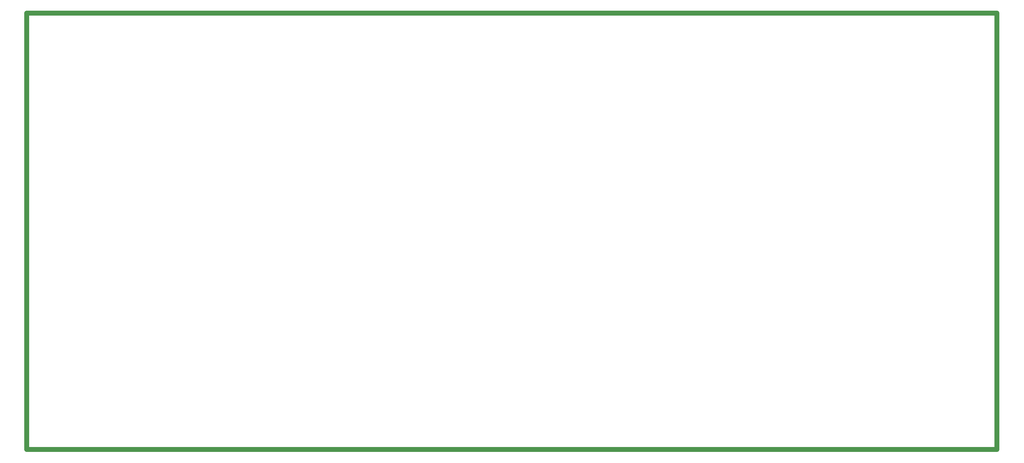
<source format=gm1>
G04 Layer: BottomSilkscreenLayer*
G04 EasyEDA Pro v2.1.32.5533625a, 2023-09-11 21:51:51*
G04 Gerber Generator version 0.3*
G04 Scale: 100 percent, Rotated: No, Reflected: No *
G04 Dimensions in millimeters  *
G04 leading zeros omitted , absolute positions ,3 integer and 6 decimal *
G04 #@! TF.GenerationSoftware,KiCad,Pcbnew,(5.1.10)-1*
G04 #@! TF.CreationDate,2023-09-11T23:26:28+08:00*
G04 #@! TF.ProjectId,AntennaSwitch_6x2_RelayBoard,416e7465-6e6e-4615-9377-697463685f36,rev?*
G04 #@! TF.SameCoordinates,Original*
G04 #@! TF.FileFunction,Profile,NP*
%FSLAX46Y46*%
G04 Gerber Fmt 4.6, Leading zero omitted, Abs format (unit mm)*
G04 Created by KiCad (PCBNEW (5.1.10)-1) date 2023-09-11 23:26:28*
%MOMM*%
%LPD*%
G01*
G04 APERTURE LIST*
G04 #@! TA.AperFunction,Profile*
%ADD10C,1.000000*%
G04 #@! TD*
G04 APERTURE END LIST*
D10*
X250000000Y-50000000D02*
X50000000Y-50000000D01*
X250000000Y-140000000D02*
X250000000Y-50000000D01*
X250000000Y-140000000D02*
X50000001Y-140000000D01*
X50000001Y-140000000D02*
X50000000Y-50000000D01*
M02*

</source>
